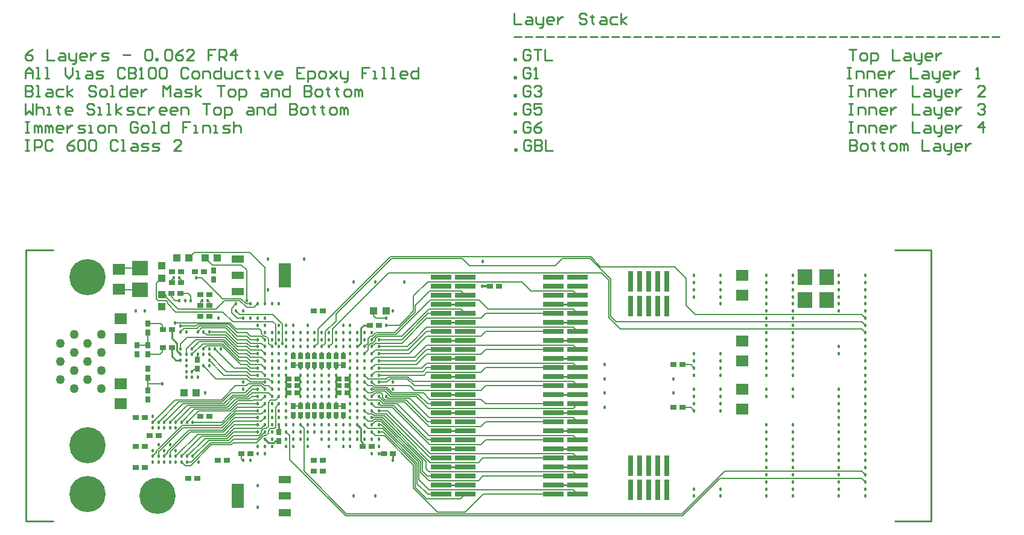
<source format=gtl>
%FSLAX23Y23*%
%MOIN*%
G70*
G01*
G75*
G04 Layer_Physical_Order=1*
G04 Layer_Color=255*
%ADD10R,0.035X0.026*%
%ADD11R,0.026X0.035*%
%ADD12R,0.070X0.062*%
%ADD13R,0.069X0.138*%
%ADD14R,0.069X0.043*%
%ADD15R,0.069X0.043*%
%ADD16R,0.085X0.080*%
%ADD17R,0.080X0.085*%
%ADD18R,0.028X0.035*%
%ADD19R,0.071X0.063*%
%ADD20R,0.043X0.039*%
%ADD21R,0.029X0.115*%
%ADD22R,0.039X0.043*%
%ADD23R,0.115X0.029*%
%ADD24C,0.005*%
%ADD25C,0.008*%
%ADD26C,0.010*%
%ADD27C,0.012*%
%ADD28C,0.010*%
%ADD29C,0.018*%
%ADD30C,0.200*%
%ADD31C,0.050*%
D10*
X-808Y630D02*
D03*
X-758D02*
D03*
X-682D02*
D03*
X-632D02*
D03*
X-651Y445D02*
D03*
X-601D02*
D03*
X163Y0D02*
D03*
X113D02*
D03*
X25Y-413D02*
D03*
X-25D02*
D03*
X-424Y-374D02*
D03*
X-374D02*
D03*
X-163Y39D02*
D03*
X-113D02*
D03*
X163D02*
D03*
X113D02*
D03*
X25Y413D02*
D03*
X-25D02*
D03*
X-163Y0D02*
D03*
X-113D02*
D03*
X-163Y-39D02*
D03*
X-113D02*
D03*
X113D02*
D03*
X163D02*
D03*
X363Y-374D02*
D03*
X413D02*
D03*
X1963Y118D02*
D03*
X2013D02*
D03*
Y-118D02*
D03*
X1963D02*
D03*
X950Y550D02*
D03*
X1000D02*
D03*
X-25Y-472D02*
D03*
X25D02*
D03*
X245Y-335D02*
D03*
X295D02*
D03*
X-809Y210D02*
D03*
X-859D02*
D03*
Y310D02*
D03*
X-809D02*
D03*
X-758Y571D02*
D03*
X-808D02*
D03*
X-651Y504D02*
D03*
X-601D02*
D03*
X-762Y512D02*
D03*
X-812D02*
D03*
X-668Y-512D02*
D03*
X-718D02*
D03*
X-651Y-169D02*
D03*
X-601D02*
D03*
X-959Y-177D02*
D03*
X-1009D02*
D03*
Y-453D02*
D03*
X-959D02*
D03*
X-881Y-276D02*
D03*
X-931D02*
D03*
X-601Y386D02*
D03*
X-651D02*
D03*
X-1009Y-335D02*
D03*
X-959D02*
D03*
X-556Y-413D02*
D03*
X-506D02*
D03*
X335Y335D02*
D03*
X285D02*
D03*
D11*
X-1000Y225D02*
D03*
Y175D02*
D03*
X-940Y-75D02*
D03*
Y-25D02*
D03*
X59Y113D02*
D03*
Y163D02*
D03*
X-20Y-163D02*
D03*
Y-113D02*
D03*
X-98Y113D02*
D03*
Y163D02*
D03*
X20Y-113D02*
D03*
Y-163D02*
D03*
Y113D02*
D03*
Y163D02*
D03*
X-20D02*
D03*
Y113D02*
D03*
X98Y-113D02*
D03*
Y-163D02*
D03*
X59Y-113D02*
D03*
Y-163D02*
D03*
X98Y163D02*
D03*
Y113D02*
D03*
X-59Y-113D02*
D03*
Y-163D02*
D03*
Y163D02*
D03*
Y113D02*
D03*
X-98Y-113D02*
D03*
Y-163D02*
D03*
X-217Y-306D02*
D03*
Y-256D02*
D03*
X138Y-163D02*
D03*
Y-113D02*
D03*
X-138D02*
D03*
Y-163D02*
D03*
X138Y163D02*
D03*
Y113D02*
D03*
X-138D02*
D03*
Y163D02*
D03*
X-579Y639D02*
D03*
Y589D02*
D03*
X-669Y93D02*
D03*
Y143D02*
D03*
D12*
X2343Y248D02*
D03*
Y138D02*
D03*
Y-130D02*
D03*
X-1102Y536D02*
D03*
X2343Y610D02*
D03*
Y500D02*
D03*
Y-20D02*
D03*
X-1102Y646D02*
D03*
D13*
X-445Y-610D02*
D03*
X-185Y610D02*
D03*
D14*
X-185Y-520D02*
D03*
Y-610D02*
D03*
X-445Y610D02*
D03*
Y520D02*
D03*
D15*
X-185Y-701D02*
D03*
X-445Y701D02*
D03*
D16*
X-984Y531D02*
D03*
Y651D02*
D03*
D17*
X2810Y475D02*
D03*
X2690D02*
D03*
X2810Y600D02*
D03*
X2690D02*
D03*
D18*
X-940Y44D02*
D03*
Y96D02*
D03*
Y174D02*
D03*
Y226D02*
D03*
Y294D02*
D03*
Y346D02*
D03*
D19*
X-1090Y260D02*
D03*
Y370D02*
D03*
Y10D02*
D03*
Y-100D02*
D03*
D20*
X-742Y-39D02*
D03*
X-675D02*
D03*
X-715Y709D02*
D03*
X-781D02*
D03*
X-557Y709D02*
D03*
X-624D02*
D03*
X307Y413D02*
D03*
X374D02*
D03*
D21*
X1725Y-577D02*
D03*
X1775D02*
D03*
X1825D02*
D03*
X1875D02*
D03*
X1925D02*
D03*
X1725Y-442D02*
D03*
X1775D02*
D03*
X1825D02*
D03*
X1875D02*
D03*
X1925D02*
D03*
Y577D02*
D03*
X1875D02*
D03*
X1825D02*
D03*
X1775D02*
D03*
X1725D02*
D03*
X1925Y442D02*
D03*
X1875D02*
D03*
X1825D02*
D03*
X1775D02*
D03*
X1725D02*
D03*
D22*
X-866Y439D02*
D03*
Y506D02*
D03*
X-866Y663D02*
D03*
Y596D02*
D03*
D23*
X678Y600D02*
D03*
Y550D02*
D03*
Y500D02*
D03*
Y450D02*
D03*
Y400D02*
D03*
Y350D02*
D03*
Y300D02*
D03*
Y250D02*
D03*
Y200D02*
D03*
Y150D02*
D03*
Y100D02*
D03*
Y50D02*
D03*
Y0D02*
D03*
Y-50D02*
D03*
Y-100D02*
D03*
Y-150D02*
D03*
Y-200D02*
D03*
Y-250D02*
D03*
Y-300D02*
D03*
Y-350D02*
D03*
Y-400D02*
D03*
Y-450D02*
D03*
Y-500D02*
D03*
Y-550D02*
D03*
Y-600D02*
D03*
X813Y600D02*
D03*
Y550D02*
D03*
Y500D02*
D03*
Y450D02*
D03*
Y400D02*
D03*
Y350D02*
D03*
Y300D02*
D03*
Y250D02*
D03*
Y200D02*
D03*
Y150D02*
D03*
Y100D02*
D03*
Y50D02*
D03*
Y0D02*
D03*
Y-50D02*
D03*
Y-100D02*
D03*
Y-150D02*
D03*
Y-200D02*
D03*
Y-250D02*
D03*
Y-300D02*
D03*
Y-350D02*
D03*
Y-400D02*
D03*
Y-450D02*
D03*
Y-500D02*
D03*
Y-550D02*
D03*
Y-600D02*
D03*
X1433Y-550D02*
D03*
Y-500D02*
D03*
Y-450D02*
D03*
Y-400D02*
D03*
Y-350D02*
D03*
Y-300D02*
D03*
Y-250D02*
D03*
Y-200D02*
D03*
Y-150D02*
D03*
Y-100D02*
D03*
Y-50D02*
D03*
Y0D02*
D03*
Y50D02*
D03*
Y100D02*
D03*
Y150D02*
D03*
Y200D02*
D03*
Y250D02*
D03*
Y300D02*
D03*
Y350D02*
D03*
Y400D02*
D03*
Y450D02*
D03*
Y500D02*
D03*
Y550D02*
D03*
Y600D02*
D03*
X1298Y-550D02*
D03*
Y-500D02*
D03*
Y-450D02*
D03*
Y-400D02*
D03*
Y-350D02*
D03*
Y-300D02*
D03*
Y-250D02*
D03*
Y-200D02*
D03*
Y-150D02*
D03*
Y-100D02*
D03*
Y-50D02*
D03*
Y0D02*
D03*
Y50D02*
D03*
Y100D02*
D03*
Y150D02*
D03*
Y200D02*
D03*
Y250D02*
D03*
Y300D02*
D03*
Y350D02*
D03*
Y400D02*
D03*
Y450D02*
D03*
Y500D02*
D03*
Y550D02*
D03*
Y600D02*
D03*
X1433Y-600D02*
D03*
X1298D02*
D03*
D24*
X3003Y-512D02*
X3023Y-531D01*
X2219Y-512D02*
X3003D01*
X2013Y-719D02*
X2219Y-512D01*
X153Y-719D02*
X2013D01*
X-157Y-408D02*
X153Y-719D01*
X-157Y-408D02*
Y-276D01*
X-177Y-256D02*
X-157Y-276D01*
X3003Y-472D02*
X3023Y-492D01*
X2244Y-472D02*
X3003D01*
X2008Y-709D02*
X2244Y-472D01*
X157Y-709D02*
X2008D01*
X-79Y-472D02*
X157Y-709D01*
X-79Y-472D02*
Y-236D01*
X-98Y-217D02*
X-79Y-236D01*
X320Y374D02*
X374D01*
X307Y387D02*
X320Y374D01*
X307Y387D02*
Y413D01*
X-477Y404D02*
Y428D01*
X-453Y453D01*
X-773Y423D02*
X-566D01*
X-517Y472D01*
X-433D01*
X-394Y433D01*
X-354D01*
X-643Y598D02*
X-527Y482D01*
X-428D01*
X-399Y453D01*
X-374D01*
X-477Y404D02*
X-448Y374D01*
X-413D01*
X256Y177D02*
X276Y197D01*
X295Y256D02*
X325Y285D01*
X276Y236D02*
Y251D01*
X256Y217D02*
X276Y236D01*
Y261D01*
X290Y276D01*
X300D01*
X320Y295D01*
X423D01*
X536Y408D01*
Y446D01*
X615Y525D01*
X788D01*
X813Y500D01*
X527Y497D02*
X605Y575D01*
X1125D01*
X1175Y525D01*
X1408D01*
X1433Y500D01*
X938Y425D02*
X1408D01*
X1433Y400D01*
X618Y475D02*
X888D01*
X325Y285D02*
X428D01*
X888Y475D02*
X938Y425D01*
X612D02*
X788D01*
X813Y400D01*
X659Y-699D02*
X812D01*
X911Y-600D02*
X1298D01*
X812Y-699D02*
X911Y-600D01*
X-752Y-220D02*
X-535D01*
X-894Y-362D02*
X-752Y-220D01*
X-748Y-232D02*
X-531D01*
X-882Y-366D02*
X-748Y-232D01*
X-709Y-256D02*
X-524D01*
X-819Y-366D02*
X-709Y-256D01*
X-713Y-244D02*
X-528D01*
X-831Y-362D02*
X-713Y-244D01*
X-295Y453D02*
Y655D01*
X-379Y738D02*
X-295Y655D01*
X-842Y492D02*
X-773Y423D01*
X-832Y453D02*
Y463D01*
X-842Y472D02*
X-832Y463D01*
X-842Y492D02*
Y502D01*
X-845Y506D02*
X-842Y502D01*
X-866Y506D02*
X-845D01*
X-886Y472D02*
X-842D01*
X-896Y482D02*
Y567D01*
Y482D02*
X-886Y472D01*
X-832Y453D02*
X-787Y408D01*
X-527D01*
X-472Y354D01*
X-792Y349D02*
X-487D01*
X-896Y567D02*
X-866Y596D01*
X-673Y598D02*
X-643D01*
X-354Y433D02*
X-335Y453D01*
X-624Y709D02*
X-585Y669D01*
X-423D01*
X-394Y640D01*
Y472D02*
Y640D01*
X-685Y738D02*
X-379D01*
X-453Y413D02*
X-453D01*
X-433Y394D01*
X-512Y299D02*
X-449Y236D01*
X-602Y299D02*
X-512D01*
X-512Y320D02*
X-448Y256D01*
X-645Y320D02*
X-512D01*
X-658Y330D02*
X-503D01*
X-449Y276D01*
X-664Y340D02*
X-493D01*
X-449Y295D01*
X-487Y349D02*
X-453Y315D01*
X-724Y268D02*
X-516D01*
X-445Y197D01*
X-614Y280D02*
X-512D01*
X-449Y217D01*
X-715Y709D02*
X-685Y738D01*
X-433Y394D02*
X-251D01*
X527Y413D02*
Y497D01*
X492Y379D02*
X527Y413D01*
X330Y276D02*
X463D01*
X461Y236D02*
X600Y375D01*
X428Y236D02*
X461D01*
X492Y217D02*
X517Y242D01*
X428Y217D02*
X492D01*
X497Y197D02*
X523Y223D01*
X423Y197D02*
X497D01*
X502Y177D02*
X528Y203D01*
X428Y177D02*
X502D01*
X532Y157D02*
X558Y183D01*
X428Y157D02*
X532D01*
X538Y138D02*
X557Y157D01*
X428Y138D02*
X538D01*
X543Y118D02*
X563Y138D01*
X423Y118D02*
X543D01*
X566Y-479D02*
X612Y-525D01*
X576Y-473D02*
X602Y-500D01*
X595Y-458D02*
X613Y-475D01*
X595Y-458D02*
Y-418D01*
X315Y-157D02*
X376D01*
X335Y-138D02*
X382D01*
X408Y-118D02*
X615Y-325D01*
X414Y-108D02*
X606Y-300D01*
X344Y-108D02*
X414D01*
X434Y-98D02*
X611Y-275D01*
X423Y-98D02*
X434D01*
X475Y-89D02*
X612Y-225D01*
X423Y-89D02*
X475D01*
X486Y-79D02*
X607Y-200D01*
X423Y-79D02*
X486D01*
X506Y-69D02*
X612Y-175D01*
X423Y-69D02*
X506D01*
X542Y-59D02*
X608Y-125D01*
X463Y-59D02*
X542D01*
X553Y-49D02*
X604Y-100D01*
X468Y-49D02*
X553D01*
X616Y-75D02*
X645D01*
X581Y-39D02*
X616Y-75D01*
X472Y-39D02*
X581D01*
X423Y-59D02*
X463D01*
X423Y-49D02*
X468D01*
X276Y-157D02*
X300D01*
X256Y-138D02*
X276Y-157D01*
X295Y-138D02*
X315Y-157D01*
X428Y285D02*
X618Y475D01*
X463Y276D02*
X612Y425D01*
X463Y256D02*
X607Y400D01*
X511Y236D02*
X600Y325D01*
X517Y217D02*
X600Y300D01*
X522Y197D02*
X600Y275D01*
Y225D02*
X610D01*
X590Y215D02*
X600Y225D01*
X552Y177D02*
X590Y215D01*
X557Y157D02*
X600Y200D01*
X563Y138D02*
X600Y175D01*
X573Y98D02*
X600Y125D01*
X404Y98D02*
X573D01*
X579Y79D02*
X600Y100D01*
X433Y79D02*
X579D01*
X584Y59D02*
X600Y75D01*
X433Y59D02*
X584D01*
X521Y25D02*
X600D01*
X497Y49D02*
X521Y25D01*
X433Y49D02*
X497D01*
X531Y0D02*
X605D01*
X492Y39D02*
X531Y0D01*
X433Y39D02*
X492D01*
X532Y-25D02*
X600D01*
X507Y0D02*
X532Y-25D01*
X428Y0D02*
X507D01*
X423Y-39D02*
X472D01*
X374Y0D02*
X428D01*
X408Y-39D02*
X423D01*
X379Y-10D02*
X408Y-39D01*
X374Y-10D02*
X379D01*
X404Y-49D02*
X423D01*
X394Y-39D02*
X404Y-49D01*
X399Y-59D02*
X423D01*
X389Y-49D02*
X399Y-59D01*
X384Y-69D02*
X423D01*
X374Y-59D02*
X384Y-69D01*
X374Y-20D02*
X394Y-39D01*
X295Y-20D02*
X374D01*
X369Y-30D02*
X389Y-49D01*
X310Y-30D02*
X369D01*
X364Y-89D02*
X423D01*
X354Y-79D02*
X364Y-89D01*
X359Y-98D02*
X423D01*
X349Y-89D02*
X359Y-98D01*
X369Y-79D02*
X423D01*
X354Y-64D02*
X369Y-79D01*
X354Y-64D02*
Y-49D01*
X344Y-39D02*
X354Y-49D01*
X315Y-39D02*
X344D01*
X384Y49D02*
X433D01*
X374Y39D02*
X384Y49D01*
X310Y39D02*
X374D01*
X276D02*
X310D01*
X256Y59D02*
X276Y39D01*
X315Y0D02*
X374D01*
X295Y20D02*
X315Y0D01*
X310Y-10D02*
X374D01*
X300Y0D02*
X310Y-10D01*
X276Y0D02*
X300D01*
X335Y-59D02*
X354Y-79D01*
X340D02*
X349Y-89D01*
X276Y-79D02*
X340D01*
X256Y-59D02*
X276Y-79D01*
X340Y118D02*
X423D01*
X335Y98D02*
X413D01*
X335Y59D02*
X433D01*
X340Y79D02*
X433D01*
X399Y39D02*
X433D01*
X379Y20D02*
X399Y39D01*
X335Y20D02*
X379D01*
X300Y236D02*
X315Y251D01*
X290Y236D02*
X300D01*
X276Y221D02*
X290Y236D01*
X276Y197D02*
Y221D01*
X315Y261D02*
X330Y276D01*
X315Y251D02*
Y261D01*
X604Y-100D02*
X678D01*
X925Y0D02*
X1298D01*
X1408Y-475D02*
X1433Y-500D01*
X607Y-200D02*
X678D01*
X1298Y-100D02*
X1300D01*
X925D02*
X1298D01*
X607Y400D02*
X678D01*
X1408Y25D02*
X1433Y0D01*
X1408Y-575D02*
X1433Y-600D01*
X600Y0D02*
X678D01*
X600Y100D02*
X678D01*
X600Y200D02*
X678D01*
X600Y300D02*
X678D01*
X602Y-500D02*
X678D01*
X619Y-400D02*
X678D01*
X606Y-300D02*
X678D01*
X925Y400D02*
X1298D01*
X925Y300D02*
X1298D01*
X1408Y325D02*
X1433Y300D01*
X925Y200D02*
X1298D01*
X1408Y225D02*
X1433Y200D01*
X925Y100D02*
X1298D01*
X1408Y125D02*
X1433Y100D01*
X1408Y-125D02*
X1433Y-100D01*
X925Y-200D02*
X1298D01*
X1408Y-175D02*
X1433Y-200D01*
X925Y-300D02*
X1298D01*
X1408Y-275D02*
X1433Y-300D01*
X910Y-400D02*
X1298D01*
X1408Y-375D02*
X1433Y-400D01*
X910Y-500D02*
X1298D01*
X-315Y197D02*
X-295Y177D01*
X-634Y299D02*
X-614Y280D01*
X-374Y217D02*
X-335D01*
X-374Y20D02*
X-295D01*
X-634Y110D02*
X-563Y39D01*
X-374Y256D02*
X-335D01*
X-760Y299D02*
X-740Y319D01*
X-315Y79D02*
X-295Y59D01*
X-571Y205D02*
X-465Y98D01*
X-374D02*
X-335D01*
X-634Y205D02*
X-618Y221D01*
X-315Y276D02*
X-295Y256D01*
X-315Y118D02*
X-295Y98D01*
X-697Y173D02*
X-638Y232D01*
X-315Y157D02*
X-295Y138D01*
X-728Y173D02*
Y205D01*
X-374Y138D02*
X-335D01*
X-697Y205D02*
X-657Y244D01*
X-374Y59D02*
X-335D01*
X-602Y173D02*
X-508Y79D01*
X-276Y39D02*
X-256Y20D01*
X-602Y142D02*
X-520Y59D01*
X-236Y-79D02*
X-217Y-59D01*
X-693Y-390D02*
X-606Y-303D01*
X-315Y-118D02*
X-295Y-98D01*
X-693Y-201D02*
X-531D01*
X-724Y-390D02*
X-626Y-291D01*
X-335Y-295D02*
X-295Y-256D01*
X-724Y-421D02*
X-701D01*
X-315Y-79D02*
X-295Y-59D01*
X-913Y-390D02*
X-894Y-370D01*
X-315Y-157D02*
X-295Y-138D01*
X-882Y-390D02*
Y-366D01*
X-850Y-390D02*
X-831Y-370D01*
X-315Y-197D02*
X-295Y-177D01*
X-819Y-390D02*
Y-366D01*
X-276Y-39D02*
X-256Y-59D01*
X-315Y0D02*
X-295Y-20D01*
X-276Y0D02*
X-256Y-20D01*
X-787Y-390D02*
X-665Y-268D01*
X-315Y-236D02*
X-295Y-217D01*
X-756Y-390D02*
X-646Y-280D01*
X-236Y-118D02*
X-217Y-98D01*
X-756Y-421D02*
X-736Y-441D01*
X-366Y-59D02*
X-335D01*
X-315Y236D02*
X-295Y217D01*
X611Y-575D02*
X1408D01*
X616Y-75D02*
X900D01*
X925Y-100D01*
X612Y-525D02*
X885D01*
X613Y-475D02*
X1408D01*
X-315Y-262D02*
Y-250D01*
X-301Y-236D01*
X-287D01*
X-340Y-315D02*
X-300Y-276D01*
X-665Y-268D02*
X-516D01*
X-646Y-280D02*
X-508D01*
X-626Y-291D02*
X-504D01*
X-606Y-303D02*
X-496D01*
X-594Y-315D02*
X-488D01*
X-300Y-276D02*
X-290D01*
X-276Y-261D01*
Y-248D01*
X-329Y-276D02*
X-315Y-262D01*
X608Y-125D02*
X1408D01*
X600Y225D02*
X1408D01*
X600Y375D02*
X900D01*
X925Y400D01*
X600Y325D02*
X1408D01*
X600Y275D02*
X900D01*
X925Y300D01*
X600Y175D02*
X900D01*
X925Y200D01*
X600Y75D02*
X900D01*
X925Y100D01*
X600Y25D02*
X1408D01*
X600Y-25D02*
X900D01*
X925Y0D01*
X615Y-325D02*
X900D01*
X612Y-225D02*
X900D01*
X618Y-425D02*
X885D01*
X612Y-175D02*
X1408D01*
X900Y-225D02*
X925Y-200D01*
X611Y-275D02*
X1408D01*
X900Y-325D02*
X925Y-300D01*
X619Y-375D02*
X1408D01*
X885Y-525D02*
X910Y-500D01*
X-728Y205D02*
X-677Y256D01*
X-563Y39D02*
X-394D01*
X-520Y59D02*
X-394D01*
X-394Y79D02*
X-374Y59D01*
X-508Y79D02*
X-394D01*
X-465Y98D02*
X-394D01*
X-374Y79D01*
X-315D01*
X-429Y118D02*
X-394D01*
X-374Y98D01*
X-433Y138D02*
X-394D01*
X-374Y118D01*
X-315D01*
X-394Y157D02*
X-374Y138D01*
X-437Y157D02*
X-394D01*
X-374D02*
X-315D01*
X-394Y177D02*
X-374Y157D01*
X-441Y177D02*
X-394D01*
X-445Y197D02*
X-394D01*
X-374Y177D01*
X-449Y217D02*
X-394D01*
X-374Y197D01*
X-315D01*
X-394Y236D02*
X-374Y217D01*
X-394Y256D02*
X-374Y236D01*
X-315D01*
X-394Y276D02*
X-374Y256D01*
Y276D02*
X-315D01*
X-394Y295D02*
X-374Y276D01*
X-394Y59D02*
X-374Y39D01*
X-394D02*
X-374Y20D01*
X-299Y0D02*
X-276D01*
X-374Y39D02*
X-276D01*
X-309Y10D02*
X-299Y0D01*
X-388Y10D02*
X-309D01*
X-457Y0D02*
X-398D01*
X-388Y10D01*
X-366Y0D02*
X-315D01*
X-366Y-83D02*
X-362Y-79D01*
X-315D01*
X-380Y-73D02*
X-366Y-59D01*
X-390Y-63D02*
X-366Y-39D01*
X-406D02*
X-366Y0D01*
X-831Y-370D02*
Y-362D01*
X-894Y-370D02*
Y-362D01*
X-591Y-327D02*
X-480D01*
X-701Y-421D02*
X-594Y-315D01*
X-736Y-441D02*
X-705D01*
X-591Y-327D01*
X-366Y-39D02*
X-276D01*
X-287Y-236D02*
X-276Y-224D01*
Y-248D02*
X-264Y-236D01*
X-244D01*
X-236Y-228D01*
Y-118D01*
X-264Y-79D02*
X-236D01*
X-276Y-224D02*
Y-91D01*
X-264Y-79D01*
X885Y-425D02*
X910Y-400D01*
X335Y217D02*
X428D01*
X295D02*
X315Y236D01*
X428D01*
X335Y256D02*
X379Y256D01*
X463D01*
X295Y177D02*
X315Y197D01*
X428D01*
X335Y177D02*
X428D01*
X295Y138D02*
X315Y157D01*
X428D01*
X295Y98D02*
X315Y118D01*
X335Y138D02*
X428D01*
X295Y59D02*
X315Y79D01*
X256Y20D02*
X276Y0D01*
X256Y-20D02*
X276Y-39D01*
X315Y118D02*
X340D01*
X315Y79D02*
X340D01*
X276Y-39D02*
X300D01*
X310Y-30D01*
X295Y-59D02*
X315Y-39D01*
X374Y335D02*
X448D01*
X492Y379D01*
X787Y-625D02*
X812Y-600D01*
X-449Y236D02*
X-394D01*
X-374Y177D02*
X-335D01*
X-760Y232D02*
X-724Y268D01*
X-760Y205D02*
Y232D01*
X-276Y236D02*
X-256Y217D01*
X-276Y236D02*
Y261D01*
X-290Y276D02*
X-276Y261D01*
X-300Y276D02*
X-290D01*
X-315Y290D02*
X-300Y276D01*
X-315Y290D02*
Y305D01*
X-325Y315D02*
X-315Y305D01*
X-524Y244D02*
X-437Y157D01*
X-657Y244D02*
X-524D01*
X-528Y232D02*
X-433Y138D01*
X-638Y232D02*
X-528D01*
X-532Y221D02*
X-429Y118D01*
X-618Y221D02*
X-532D01*
X-740Y319D02*
X-669D01*
X-760Y331D02*
X-673D01*
X-664Y340D01*
X-669Y319D02*
X-658Y330D01*
X-665Y299D02*
X-645Y320D01*
X-449Y276D02*
X-394D01*
X-448Y256D02*
X-394D01*
X-197Y236D02*
Y340D01*
X-449Y295D02*
X-394D01*
X-677Y256D02*
X-520D01*
X-441Y177D01*
X-453Y315D02*
X-325D01*
X-236Y236D02*
Y340D01*
X-251Y354D02*
X-236Y340D01*
X-472Y354D02*
X-251D01*
Y394D02*
X-197Y340D01*
X20Y217D02*
X39Y236D01*
X59Y217D02*
X79Y236D01*
X-20Y217D02*
X0Y236D01*
X310Y-167D02*
X364D01*
X300Y-157D02*
X310Y-167D01*
X295Y-177D02*
X354D01*
X256D02*
X276Y-197D01*
X295Y-217D02*
X315Y-197D01*
X276D02*
X300D01*
X310Y-187D01*
X349D01*
X576Y-473D02*
Y-413D01*
X556Y-520D02*
Y-433D01*
X315Y-197D02*
X344D01*
X566Y-479D02*
Y-418D01*
X335Y-217D02*
X349D01*
X344Y-197D02*
X566Y-418D01*
X349Y-187D02*
X576Y-413D01*
X354Y-177D02*
X595Y-418D01*
X364Y-167D02*
X618Y-425D01*
X376Y-157D02*
X619Y-400D01*
X382Y-138D02*
X619Y-375D01*
X349Y-217D02*
X556Y-423D01*
Y-443D02*
Y-423D01*
X256Y-217D02*
X276Y-236D01*
X354D01*
X546Y-492D02*
Y-428D01*
X335Y-256D02*
X359D01*
X354Y-236D02*
X546Y-428D01*
X359Y-256D02*
X536Y-433D01*
Y-527D02*
Y-433D01*
X295Y-256D02*
X315Y-276D01*
X364D01*
X527Y-438D01*
X606Y-600D02*
X678D01*
X546Y-541D02*
X606Y-600D01*
X546Y-541D02*
Y-438D01*
X536Y-561D02*
Y-512D01*
Y-561D02*
X600Y-625D01*
X787D01*
X527Y-566D02*
Y-438D01*
Y-566D02*
X659Y-699D01*
X335Y-98D02*
X344Y-108D01*
X295Y-98D02*
X315Y-118D01*
X408D01*
X79Y236D02*
Y315D01*
X39Y236D02*
Y300D01*
X98Y359D01*
X-177Y-25D02*
Y-20D01*
Y-25D02*
X-163Y-39D01*
X-113D02*
X-98Y-54D01*
Y-59D02*
Y-54D01*
X-113Y0D02*
X-98Y14D01*
Y20D01*
X-177Y14D02*
Y20D01*
Y14D02*
X-163Y0D01*
X-177Y54D02*
X-163Y39D01*
X-177Y54D02*
Y59D01*
X-98Y54D02*
Y59D01*
X-113Y39D02*
X-98Y54D01*
X-138Y-177D02*
Y-163D01*
X-59Y-177D02*
X-59Y-177D01*
X600Y125D02*
X1408D01*
X556Y-520D02*
X611Y-575D01*
X-531Y-201D02*
X-504Y-173D01*
X-504D02*
X-504D01*
X-480Y-39D02*
X-406D01*
X-913Y-201D02*
X-791Y-79D01*
X-469Y-315D02*
X-340D01*
X-480Y-327D02*
X-469Y-315D01*
X-465Y-217D02*
X-335D01*
X-516Y-268D02*
X-465Y-217D01*
X-465Y-236D02*
X-315D01*
X-508Y-280D02*
X-465Y-236D01*
X-469Y-256D02*
X-335D01*
X-504Y-291D02*
X-469Y-256D01*
X-496Y-303D02*
X-469Y-276D01*
X-329D01*
X-488Y-315D02*
X-469Y-295D01*
X-335D01*
X-398Y-51D02*
X-366Y-20D01*
X-335D01*
X-472Y-51D02*
X-398D01*
X-882Y-201D02*
X-770Y-89D01*
X-850Y-201D02*
X-748Y-98D01*
X-819Y-201D02*
X-726Y-108D01*
X-461Y-177D02*
X-335D01*
X-528Y-244D02*
X-461Y-177D01*
X-524Y-256D02*
X-465Y-197D01*
X-315D01*
X-531Y-232D02*
X-457Y-157D01*
X-315D01*
X-455Y-73D02*
X-380D01*
X-467Y-63D02*
X-390D01*
X-449Y-118D02*
X-315D01*
X-504Y-173D02*
X-449Y-118D01*
X-453Y-138D02*
X-335D01*
X-535Y-220D02*
X-453Y-138D01*
X-445Y-83D02*
X-366D01*
X-445Y-98D02*
X-335D01*
X-787Y-201D02*
X-705Y-118D01*
X-756Y-201D02*
X-683Y-128D01*
X-748Y-98D02*
X-520D01*
X-472Y-51D01*
X-770Y-89D02*
X-530D01*
X-480Y-39D01*
X-535Y-79D02*
X-457Y0D01*
X-791Y-79D02*
X-535D01*
X-724Y-201D02*
X-661Y-138D01*
X-726Y-108D02*
X-512D01*
X-467Y-63D01*
X-705Y-118D02*
X-500D01*
X-455Y-73D01*
X-683Y-128D02*
X-490D01*
X-445Y-83D01*
X-661Y-138D02*
X-484D01*
X-445Y-98D01*
X-651Y504D02*
X-642D01*
X389Y625D02*
X1565D01*
X1604Y586D01*
Y379D02*
Y586D01*
Y379D02*
X1668Y315D01*
X3003D01*
X79D02*
X389Y625D01*
X3003Y315D02*
X3023Y295D01*
X98Y359D02*
Y399D01*
X404Y704D01*
X797D01*
X837Y664D01*
X1614Y384D02*
Y591D01*
Y384D02*
X1644Y354D01*
X3002D01*
X3012Y344D01*
X3012Y345D02*
X3023Y335D01*
X0Y315D02*
X399Y714D01*
X1506D01*
X1560Y659D01*
X1969D01*
X2032Y595D01*
Y443D02*
Y595D01*
Y443D02*
X2082Y394D01*
X3003D01*
X0Y236D02*
Y315D01*
X3003Y394D02*
X3023Y374D01*
X1309Y664D02*
X1348Y704D01*
X1501D01*
X1614Y591D01*
X837Y664D02*
X1309D01*
D25*
X-138Y113D02*
X-98D01*
X98D02*
X138D01*
X98Y-113D02*
X138D01*
X-423Y-404D02*
Y-374D01*
Y-404D02*
X-413Y-413D01*
X2013Y-118D02*
X2058D01*
X2077Y-138D01*
X-601Y445D02*
Y463D01*
X-610Y472D02*
X-601Y463D01*
X-651Y463D02*
X-642Y472D01*
X-651Y445D02*
Y463D01*
X-808Y571D02*
Y589D01*
X-799Y598D01*
X-768D02*
X-758Y589D01*
Y571D02*
Y589D01*
X-705Y472D02*
Y498D01*
X-719Y512D02*
X-705Y498D01*
X-762Y512D02*
X-719D01*
X-792Y472D02*
X-768D01*
X-812Y493D02*
X-792Y472D01*
X-812Y493D02*
Y512D01*
X-940Y226D02*
Y294D01*
X-1000Y226D02*
X-940D01*
X-940Y10D02*
X-860D01*
X-940Y-25D02*
Y44D01*
X-860Y188D02*
Y210D01*
X-940Y174D02*
X-874D01*
X-860Y310D02*
Y333D01*
X-940Y346D02*
X-872D01*
X-874Y174D02*
X-860Y188D01*
X-872Y346D02*
X-860Y333D01*
X-138Y-113D02*
X-98D01*
X-98Y-113D02*
Y-98D01*
Y-177D02*
Y-163D01*
X-59Y-177D02*
Y-163D01*
X-59Y-113D02*
Y-98D01*
X-1102Y646D02*
X-1097Y651D01*
X-984D01*
X-1102Y536D02*
X-1097Y531D01*
X-984D01*
X2013Y118D02*
X2058D01*
X2077Y98D01*
X-682Y93D02*
X-669D01*
X-697Y79D02*
X-682Y93D01*
X-669Y143D02*
Y169D01*
X-665Y173D01*
D26*
X335Y-374D02*
X363D01*
X363Y-374D02*
X374D01*
X413Y-413D02*
Y-374D01*
X217Y217D02*
X236Y236D01*
Y320D01*
X251Y335D01*
X285D01*
X-295Y-295D02*
X-276Y-315D01*
X-246D01*
X-237Y-306D01*
X-217D01*
Y-256D02*
Y-217D01*
X245Y-335D02*
Y-314D01*
X236Y-305D02*
X245Y-314D01*
X236Y-305D02*
Y-236D01*
X217Y-217D02*
X236Y-236D01*
X-787Y142D02*
X-760D01*
X-809Y163D02*
Y210D01*
X-780Y193D02*
X-760Y173D01*
X-809Y263D02*
X-780Y234D01*
Y193D02*
Y234D01*
X-809Y163D02*
X-787Y142D01*
X-809Y263D02*
Y310D01*
X1298Y450D02*
X1433D01*
X1298Y350D02*
X1433D01*
X1298Y250D02*
X1433D01*
X1298Y150D02*
X1433D01*
X1298Y50D02*
X1433D01*
X1298Y-50D02*
X1433D01*
X1298Y-150D02*
X1433D01*
X1298Y-250D02*
X1433D01*
X1298Y-350D02*
X1433D01*
X1298Y-450D02*
X1433D01*
X1298Y-550D02*
X1433D01*
X678D02*
X813D01*
X678Y-450D02*
X813D01*
X678Y-350D02*
X813D01*
X678Y-250D02*
X813D01*
X678Y-150D02*
X813D01*
X678Y-50D02*
X813D01*
X678Y50D02*
X813D01*
X678Y150D02*
X813D01*
X678Y250D02*
X813D01*
X678Y350D02*
X813D01*
X678Y450D02*
X813D01*
D27*
X904Y550D02*
X950D01*
D28*
X3185Y750D02*
X3385D01*
X3185Y-750D02*
X3385D01*
X-1615D02*
X-1465D01*
X-1615Y750D02*
X-1466D01*
X-1615Y-750D02*
Y750D01*
X3385Y-750D02*
Y750D01*
X-1618Y1460D02*
X-1598D01*
X-1608D01*
Y1400D01*
X-1618D01*
X-1598D01*
X-1568D02*
Y1440D01*
X-1558D01*
X-1548Y1430D01*
Y1400D01*
Y1430D01*
X-1538Y1440D01*
X-1528Y1430D01*
Y1400D01*
X-1508D02*
Y1440D01*
X-1498D01*
X-1488Y1430D01*
Y1400D01*
Y1430D01*
X-1478Y1440D01*
X-1468Y1430D01*
Y1400D01*
X-1418D02*
X-1438D01*
X-1448Y1410D01*
Y1430D01*
X-1438Y1440D01*
X-1418D01*
X-1408Y1430D01*
Y1420D01*
X-1448D01*
X-1388Y1440D02*
Y1400D01*
Y1420D01*
X-1378Y1430D01*
X-1368Y1440D01*
X-1358D01*
X-1328Y1400D02*
X-1298D01*
X-1288Y1410D01*
X-1298Y1420D01*
X-1318D01*
X-1328Y1430D01*
X-1318Y1440D01*
X-1288D01*
X-1268Y1400D02*
X-1248D01*
X-1258D01*
Y1440D01*
X-1268D01*
X-1208Y1400D02*
X-1188D01*
X-1178Y1410D01*
Y1430D01*
X-1188Y1440D01*
X-1208D01*
X-1218Y1430D01*
Y1410D01*
X-1208Y1400D01*
X-1158D02*
Y1440D01*
X-1128D01*
X-1118Y1430D01*
Y1400D01*
X-998Y1450D02*
X-1008Y1460D01*
X-1028D01*
X-1038Y1450D01*
Y1410D01*
X-1028Y1400D01*
X-1008D01*
X-998Y1410D01*
Y1430D01*
X-1018D01*
X-968Y1400D02*
X-948D01*
X-938Y1410D01*
Y1430D01*
X-948Y1440D01*
X-968D01*
X-978Y1430D01*
Y1410D01*
X-968Y1400D01*
X-918D02*
X-898D01*
X-908D01*
Y1460D01*
X-918D01*
X-828D02*
Y1400D01*
X-858D01*
X-868Y1410D01*
Y1430D01*
X-858Y1440D01*
X-828D01*
X-708Y1460D02*
X-748D01*
Y1430D01*
X-728D01*
X-748D01*
Y1400D01*
X-688D02*
X-668D01*
X-678D01*
Y1440D01*
X-688D01*
X-638Y1400D02*
Y1440D01*
X-608D01*
X-598Y1430D01*
Y1400D01*
X-578D02*
X-558D01*
X-568D01*
Y1440D01*
X-578D01*
X-528Y1400D02*
X-498D01*
X-488Y1410D01*
X-498Y1420D01*
X-518D01*
X-528Y1430D01*
X-518Y1440D01*
X-488D01*
X-468Y1460D02*
Y1400D01*
Y1430D01*
X-458Y1440D01*
X-438D01*
X-428Y1430D01*
Y1400D01*
X-1618Y1560D02*
Y1500D01*
X-1598Y1520D01*
X-1578Y1500D01*
Y1560D01*
X-1558D02*
Y1500D01*
Y1530D01*
X-1548Y1540D01*
X-1528D01*
X-1518Y1530D01*
Y1500D01*
X-1498D02*
X-1478D01*
X-1488D01*
Y1540D01*
X-1498D01*
X-1438Y1550D02*
Y1540D01*
X-1448D01*
X-1428D01*
X-1438D01*
Y1510D01*
X-1428Y1500D01*
X-1368D02*
X-1388D01*
X-1398Y1510D01*
Y1530D01*
X-1388Y1540D01*
X-1368D01*
X-1358Y1530D01*
Y1520D01*
X-1398D01*
X-1238Y1550D02*
X-1248Y1560D01*
X-1268D01*
X-1278Y1550D01*
Y1540D01*
X-1268Y1530D01*
X-1248D01*
X-1238Y1520D01*
Y1510D01*
X-1248Y1500D01*
X-1268D01*
X-1278Y1510D01*
X-1218Y1500D02*
X-1198D01*
X-1208D01*
Y1540D01*
X-1218D01*
X-1168Y1500D02*
X-1148D01*
X-1158D01*
Y1560D01*
X-1168D01*
X-1118Y1500D02*
Y1560D01*
Y1520D02*
X-1088Y1540D01*
X-1118Y1520D02*
X-1088Y1500D01*
X-1058D02*
X-1028D01*
X-1018Y1510D01*
X-1028Y1520D01*
X-1048D01*
X-1058Y1530D01*
X-1048Y1540D01*
X-1018D01*
X-958D02*
X-988D01*
X-998Y1530D01*
Y1510D01*
X-988Y1500D01*
X-958D01*
X-938Y1540D02*
Y1500D01*
Y1520D01*
X-928Y1530D01*
X-918Y1540D01*
X-908D01*
X-848Y1500D02*
X-868D01*
X-878Y1510D01*
Y1530D01*
X-868Y1540D01*
X-848D01*
X-838Y1530D01*
Y1520D01*
X-878D01*
X-788Y1500D02*
X-808D01*
X-818Y1510D01*
Y1530D01*
X-808Y1540D01*
X-788D01*
X-778Y1530D01*
Y1520D01*
X-818D01*
X-758Y1500D02*
Y1540D01*
X-728D01*
X-718Y1530D01*
Y1500D01*
X-638Y1560D02*
X-598D01*
X-618D01*
Y1500D01*
X-568D02*
X-548D01*
X-538Y1510D01*
Y1530D01*
X-548Y1540D01*
X-568D01*
X-578Y1530D01*
Y1510D01*
X-568Y1500D01*
X-518Y1480D02*
Y1540D01*
X-488D01*
X-478Y1530D01*
Y1510D01*
X-488Y1500D01*
X-518D01*
X-389Y1540D02*
X-369D01*
X-359Y1530D01*
Y1500D01*
X-389D01*
X-399Y1510D01*
X-389Y1520D01*
X-359D01*
X-339Y1500D02*
Y1540D01*
X-309D01*
X-299Y1530D01*
Y1500D01*
X-239Y1560D02*
Y1500D01*
X-269D01*
X-279Y1510D01*
Y1530D01*
X-269Y1540D01*
X-239D01*
X-159Y1560D02*
Y1500D01*
X-129D01*
X-119Y1510D01*
Y1520D01*
X-129Y1530D01*
X-159D01*
X-129D01*
X-119Y1540D01*
Y1550D01*
X-129Y1560D01*
X-159D01*
X-89Y1500D02*
X-69D01*
X-59Y1510D01*
Y1530D01*
X-69Y1540D01*
X-89D01*
X-99Y1530D01*
Y1510D01*
X-89Y1500D01*
X-29Y1550D02*
Y1540D01*
X-39D01*
X-19D01*
X-29D01*
Y1510D01*
X-19Y1500D01*
X21Y1550D02*
Y1540D01*
X11D01*
X31D01*
X21D01*
Y1510D01*
X31Y1500D01*
X71D02*
X91D01*
X101Y1510D01*
Y1530D01*
X91Y1540D01*
X71D01*
X61Y1530D01*
Y1510D01*
X71Y1500D01*
X121D02*
Y1540D01*
X131D01*
X141Y1530D01*
Y1500D01*
Y1530D01*
X151Y1540D01*
X161Y1530D01*
Y1500D01*
X-1618Y1660D02*
Y1600D01*
X-1588D01*
X-1578Y1610D01*
Y1620D01*
X-1588Y1630D01*
X-1618D01*
X-1588D01*
X-1578Y1640D01*
Y1650D01*
X-1588Y1660D01*
X-1618D01*
X-1558Y1600D02*
X-1538D01*
X-1548D01*
Y1660D01*
X-1558D01*
X-1498Y1640D02*
X-1478D01*
X-1468Y1630D01*
Y1600D01*
X-1498D01*
X-1508Y1610D01*
X-1498Y1620D01*
X-1468D01*
X-1408Y1640D02*
X-1438D01*
X-1448Y1630D01*
Y1610D01*
X-1438Y1600D01*
X-1408D01*
X-1388D02*
Y1660D01*
Y1620D02*
X-1358Y1640D01*
X-1388Y1620D02*
X-1358Y1600D01*
X-1228Y1650D02*
X-1238Y1660D01*
X-1258D01*
X-1268Y1650D01*
Y1640D01*
X-1258Y1630D01*
X-1238D01*
X-1228Y1620D01*
Y1610D01*
X-1238Y1600D01*
X-1258D01*
X-1268Y1610D01*
X-1198Y1600D02*
X-1178D01*
X-1168Y1610D01*
Y1630D01*
X-1178Y1640D01*
X-1198D01*
X-1208Y1630D01*
Y1610D01*
X-1198Y1600D01*
X-1148D02*
X-1128D01*
X-1138D01*
Y1660D01*
X-1148D01*
X-1058D02*
Y1600D01*
X-1088D01*
X-1098Y1610D01*
Y1630D01*
X-1088Y1640D01*
X-1058D01*
X-1008Y1600D02*
X-1028D01*
X-1038Y1610D01*
Y1630D01*
X-1028Y1640D01*
X-1008D01*
X-998Y1630D01*
Y1620D01*
X-1038D01*
X-978Y1640D02*
Y1600D01*
Y1620D01*
X-968Y1630D01*
X-958Y1640D01*
X-948D01*
X-858Y1600D02*
Y1660D01*
X-838Y1640D01*
X-818Y1660D01*
Y1600D01*
X-788Y1640D02*
X-768D01*
X-758Y1630D01*
Y1600D01*
X-788D01*
X-798Y1610D01*
X-788Y1620D01*
X-758D01*
X-738Y1600D02*
X-708D01*
X-698Y1610D01*
X-708Y1620D01*
X-728D01*
X-738Y1630D01*
X-728Y1640D01*
X-698D01*
X-678Y1600D02*
Y1660D01*
Y1620D02*
X-648Y1640D01*
X-678Y1620D02*
X-648Y1600D01*
X-558Y1660D02*
X-518D01*
X-538D01*
Y1600D01*
X-488D02*
X-468D01*
X-458Y1610D01*
Y1630D01*
X-468Y1640D01*
X-488D01*
X-498Y1630D01*
Y1610D01*
X-488Y1600D01*
X-438Y1580D02*
Y1640D01*
X-409D01*
X-399Y1630D01*
Y1610D01*
X-409Y1600D01*
X-438D01*
X-309Y1640D02*
X-289D01*
X-279Y1630D01*
Y1600D01*
X-309D01*
X-319Y1610D01*
X-309Y1620D01*
X-279D01*
X-259Y1600D02*
Y1640D01*
X-229D01*
X-219Y1630D01*
Y1600D01*
X-159Y1660D02*
Y1600D01*
X-189D01*
X-199Y1610D01*
Y1630D01*
X-189Y1640D01*
X-159D01*
X-79Y1660D02*
Y1600D01*
X-49D01*
X-39Y1610D01*
Y1620D01*
X-49Y1630D01*
X-79D01*
X-49D01*
X-39Y1640D01*
Y1650D01*
X-49Y1660D01*
X-79D01*
X-9Y1600D02*
X11D01*
X21Y1610D01*
Y1630D01*
X11Y1640D01*
X-9D01*
X-19Y1630D01*
Y1610D01*
X-9Y1600D01*
X51Y1650D02*
Y1640D01*
X41D01*
X61D01*
X51D01*
Y1610D01*
X61Y1600D01*
X101Y1650D02*
Y1640D01*
X91D01*
X111D01*
X101D01*
Y1610D01*
X111Y1600D01*
X151D02*
X171D01*
X181Y1610D01*
Y1630D01*
X171Y1640D01*
X151D01*
X141Y1630D01*
Y1610D01*
X151Y1600D01*
X201D02*
Y1640D01*
X211D01*
X221Y1630D01*
Y1600D01*
Y1630D01*
X231Y1640D01*
X241Y1630D01*
Y1600D01*
X-1618Y1700D02*
Y1740D01*
X-1598Y1760D01*
X-1578Y1740D01*
Y1700D01*
Y1730D01*
X-1618D01*
X-1558Y1700D02*
X-1538D01*
X-1548D01*
Y1760D01*
X-1558D01*
X-1508Y1700D02*
X-1488D01*
X-1498D01*
Y1760D01*
X-1508D01*
X-1398D02*
Y1720D01*
X-1378Y1700D01*
X-1358Y1720D01*
Y1760D01*
X-1338Y1700D02*
X-1318D01*
X-1328D01*
Y1740D01*
X-1338D01*
X-1278D02*
X-1258D01*
X-1248Y1730D01*
Y1700D01*
X-1278D01*
X-1288Y1710D01*
X-1278Y1720D01*
X-1248D01*
X-1228Y1700D02*
X-1198D01*
X-1188Y1710D01*
X-1198Y1720D01*
X-1218D01*
X-1228Y1730D01*
X-1218Y1740D01*
X-1188D01*
X-1068Y1750D02*
X-1078Y1760D01*
X-1098D01*
X-1108Y1750D01*
Y1710D01*
X-1098Y1700D01*
X-1078D01*
X-1068Y1710D01*
X-1048Y1760D02*
Y1700D01*
X-1018D01*
X-1008Y1710D01*
Y1720D01*
X-1018Y1730D01*
X-1048D01*
X-1018D01*
X-1008Y1740D01*
Y1750D01*
X-1018Y1760D01*
X-1048D01*
X-988Y1700D02*
X-968D01*
X-978D01*
Y1760D01*
X-988Y1750D01*
X-938D02*
X-928Y1760D01*
X-908D01*
X-898Y1750D01*
Y1710D01*
X-908Y1700D01*
X-928D01*
X-938Y1710D01*
Y1750D01*
X-878D02*
X-868Y1760D01*
X-848D01*
X-838Y1750D01*
Y1710D01*
X-848Y1700D01*
X-868D01*
X-878Y1710D01*
Y1750D01*
X-718D02*
X-728Y1760D01*
X-748D01*
X-758Y1750D01*
Y1710D01*
X-748Y1700D01*
X-728D01*
X-718Y1710D01*
X-688Y1700D02*
X-668D01*
X-658Y1710D01*
Y1730D01*
X-668Y1740D01*
X-688D01*
X-698Y1730D01*
Y1710D01*
X-688Y1700D01*
X-638D02*
Y1740D01*
X-608D01*
X-598Y1730D01*
Y1700D01*
X-538Y1760D02*
Y1700D01*
X-568D01*
X-578Y1710D01*
Y1730D01*
X-568Y1740D01*
X-538D01*
X-518D02*
Y1710D01*
X-508Y1700D01*
X-478D01*
Y1740D01*
X-418D02*
X-448D01*
X-458Y1730D01*
Y1710D01*
X-448Y1700D01*
X-418D01*
X-389Y1750D02*
Y1740D01*
X-399D01*
X-379D01*
X-389D01*
Y1710D01*
X-379Y1700D01*
X-349D02*
X-329D01*
X-339D01*
Y1740D01*
X-349D01*
X-299D02*
X-279Y1700D01*
X-259Y1740D01*
X-209Y1700D02*
X-229D01*
X-239Y1710D01*
Y1730D01*
X-229Y1740D01*
X-209D01*
X-199Y1730D01*
Y1720D01*
X-239D01*
X-79Y1760D02*
X-119D01*
Y1700D01*
X-79D01*
X-119Y1730D02*
X-99D01*
X-59Y1680D02*
Y1740D01*
X-29D01*
X-19Y1730D01*
Y1710D01*
X-29Y1700D01*
X-59D01*
X11D02*
X31D01*
X41Y1710D01*
Y1730D01*
X31Y1740D01*
X11D01*
X1Y1730D01*
Y1710D01*
X11Y1700D01*
X61Y1740D02*
X101Y1700D01*
X81Y1720D01*
X101Y1740D01*
X61Y1700D01*
X121Y1740D02*
Y1710D01*
X131Y1700D01*
X161D01*
Y1690D01*
X151Y1680D01*
X141D01*
X161Y1700D02*
Y1740D01*
X281Y1760D02*
X241D01*
Y1730D01*
X261D01*
X241D01*
Y1700D01*
X301D02*
X321D01*
X311D01*
Y1740D01*
X301D01*
X351Y1700D02*
X371D01*
X361D01*
Y1760D01*
X351D01*
X401Y1700D02*
X421D01*
X411D01*
Y1760D01*
X401D01*
X481Y1700D02*
X461D01*
X451Y1710D01*
Y1730D01*
X461Y1740D01*
X481D01*
X491Y1730D01*
Y1720D01*
X451D01*
X551Y1760D02*
Y1700D01*
X521D01*
X511Y1710D01*
Y1730D01*
X521Y1740D01*
X551D01*
X-1578Y1860D02*
X-1598Y1850D01*
X-1618Y1830D01*
Y1810D01*
X-1608Y1800D01*
X-1588D01*
X-1578Y1810D01*
Y1820D01*
X-1588Y1830D01*
X-1618D01*
X-1498Y1860D02*
Y1800D01*
X-1458D01*
X-1428Y1840D02*
X-1408D01*
X-1398Y1830D01*
Y1800D01*
X-1428D01*
X-1438Y1810D01*
X-1428Y1820D01*
X-1398D01*
X-1378Y1840D02*
Y1810D01*
X-1368Y1800D01*
X-1338D01*
Y1790D01*
X-1348Y1780D01*
X-1358D01*
X-1338Y1800D02*
Y1840D01*
X-1288Y1800D02*
X-1308D01*
X-1318Y1810D01*
Y1830D01*
X-1308Y1840D01*
X-1288D01*
X-1278Y1830D01*
Y1820D01*
X-1318D01*
X-1258Y1840D02*
Y1800D01*
Y1820D01*
X-1248Y1830D01*
X-1238Y1840D01*
X-1228D01*
X-1198Y1800D02*
X-1168D01*
X-1158Y1810D01*
X-1168Y1820D01*
X-1188D01*
X-1198Y1830D01*
X-1188Y1840D01*
X-1158D01*
X-1078Y1830D02*
X-1038D01*
X-958Y1850D02*
X-948Y1860D01*
X-928D01*
X-918Y1850D01*
Y1810D01*
X-928Y1800D01*
X-948D01*
X-958Y1810D01*
Y1850D01*
X-898Y1800D02*
Y1810D01*
X-888D01*
Y1800D01*
X-898D01*
X-848Y1850D02*
X-838Y1860D01*
X-818D01*
X-808Y1850D01*
Y1810D01*
X-818Y1800D01*
X-838D01*
X-848Y1810D01*
Y1850D01*
X-748Y1860D02*
X-768Y1850D01*
X-788Y1830D01*
Y1810D01*
X-778Y1800D01*
X-758D01*
X-748Y1810D01*
Y1820D01*
X-758Y1830D01*
X-788D01*
X-688Y1800D02*
X-728D01*
X-688Y1840D01*
Y1850D01*
X-698Y1860D01*
X-718D01*
X-728Y1850D01*
X-568Y1860D02*
X-608D01*
Y1830D01*
X-588D01*
X-608D01*
Y1800D01*
X-548D02*
Y1860D01*
X-518D01*
X-508Y1850D01*
Y1830D01*
X-518Y1820D01*
X-548D01*
X-528D02*
X-508Y1800D01*
X-458D02*
Y1860D01*
X-488Y1830D01*
X-448D01*
X-1618Y1360D02*
X-1598D01*
X-1608D01*
Y1300D01*
X-1618D01*
X-1598D01*
X-1568D02*
Y1360D01*
X-1538D01*
X-1528Y1350D01*
Y1330D01*
X-1538Y1320D01*
X-1568D01*
X-1468Y1350D02*
X-1478Y1360D01*
X-1498D01*
X-1508Y1350D01*
Y1310D01*
X-1498Y1300D01*
X-1478D01*
X-1468Y1310D01*
X-1348Y1360D02*
X-1368Y1350D01*
X-1388Y1330D01*
Y1310D01*
X-1378Y1300D01*
X-1358D01*
X-1348Y1310D01*
Y1320D01*
X-1358Y1330D01*
X-1388D01*
X-1328Y1350D02*
X-1318Y1360D01*
X-1298D01*
X-1288Y1350D01*
Y1310D01*
X-1298Y1300D01*
X-1318D01*
X-1328Y1310D01*
Y1350D01*
X-1268D02*
X-1258Y1360D01*
X-1238D01*
X-1228Y1350D01*
Y1310D01*
X-1238Y1300D01*
X-1258D01*
X-1268Y1310D01*
Y1350D01*
X-1108D02*
X-1118Y1360D01*
X-1138D01*
X-1148Y1350D01*
Y1310D01*
X-1138Y1300D01*
X-1118D01*
X-1108Y1310D01*
X-1088Y1300D02*
X-1068D01*
X-1078D01*
Y1360D01*
X-1088D01*
X-1028Y1340D02*
X-1008D01*
X-998Y1330D01*
Y1300D01*
X-1028D01*
X-1038Y1310D01*
X-1028Y1320D01*
X-998D01*
X-978Y1300D02*
X-948D01*
X-938Y1310D01*
X-948Y1320D01*
X-968D01*
X-978Y1330D01*
X-968Y1340D01*
X-938D01*
X-918Y1300D02*
X-888D01*
X-878Y1310D01*
X-888Y1320D01*
X-908D01*
X-918Y1330D01*
X-908Y1340D01*
X-878D01*
X-758Y1300D02*
X-798D01*
X-758Y1340D01*
Y1350D01*
X-768Y1360D01*
X-788D01*
X-798Y1350D01*
X1082Y2060D02*
Y2000D01*
X1122D01*
X1152Y2040D02*
X1172D01*
X1182Y2030D01*
Y2000D01*
X1152D01*
X1142Y2010D01*
X1152Y2020D01*
X1182D01*
X1202Y2040D02*
Y2010D01*
X1212Y2000D01*
X1242D01*
Y1990D01*
X1232Y1980D01*
X1222D01*
X1242Y2000D02*
Y2040D01*
X1292Y2000D02*
X1272D01*
X1262Y2010D01*
Y2030D01*
X1272Y2040D01*
X1292D01*
X1302Y2030D01*
Y2020D01*
X1262D01*
X1322Y2040D02*
Y2000D01*
Y2020D01*
X1332Y2030D01*
X1342Y2040D01*
X1352D01*
X1482Y2050D02*
X1472Y2060D01*
X1452D01*
X1442Y2050D01*
Y2040D01*
X1452Y2030D01*
X1472D01*
X1482Y2020D01*
Y2010D01*
X1472Y2000D01*
X1452D01*
X1442Y2010D01*
X1512Y2050D02*
Y2040D01*
X1502D01*
X1522D01*
X1512D01*
Y2010D01*
X1522Y2000D01*
X1562Y2040D02*
X1582D01*
X1592Y2030D01*
Y2000D01*
X1562D01*
X1552Y2010D01*
X1562Y2020D01*
X1592D01*
X1652Y2040D02*
X1622D01*
X1612Y2030D01*
Y2010D01*
X1622Y2000D01*
X1652D01*
X1672D02*
Y2060D01*
Y2020D02*
X1702Y2040D01*
X1672Y2020D02*
X1702Y2000D01*
X1082Y1930D02*
X1122D01*
X1142D02*
X1182D01*
X1202D02*
X1242D01*
X1262D02*
X1302D01*
X1322D02*
X1362D01*
X1382D02*
X1422D01*
X1442D02*
X1482D01*
X1502D02*
X1542D01*
X1562D02*
X1602D01*
X1622D02*
X1662D01*
X1682D02*
X1722D01*
X1742D02*
X1782D01*
X1802D02*
X1842D01*
X1862D02*
X1902D01*
X1922D02*
X1962D01*
X1982D02*
X2022D01*
X2042D02*
X2082D01*
X2102D02*
X2142D01*
X2162D02*
X2202D01*
X2222D02*
X2262D01*
X2282D02*
X2321D01*
X2341D02*
X2381D01*
X2401D02*
X2441D01*
X2461D02*
X2501D01*
X2521D02*
X2561D01*
X2581D02*
X2621D01*
X2641D02*
X2681D01*
X2701D02*
X2741D01*
X2761D02*
X2801D01*
X2821D02*
X2861D01*
X2881D02*
X2921D01*
X2941D02*
X2981D01*
X3001D02*
X3041D01*
X3061D02*
X3101D01*
X3121D02*
X3161D01*
X3181D02*
X3221D01*
X3241D02*
X3281D01*
X3301D02*
X3341D01*
X3361D02*
X3401D01*
X3421D02*
X3461D01*
X3481D02*
X3521D01*
X3541D02*
X3581D01*
X3601D02*
X3641D01*
X3661D02*
X3701D01*
X3721D02*
X3761D01*
X1082Y1800D02*
Y1810D01*
X1092D01*
Y1800D01*
X1082D01*
X1172Y1850D02*
X1162Y1860D01*
X1142D01*
X1132Y1850D01*
Y1810D01*
X1142Y1800D01*
X1162D01*
X1172Y1810D01*
Y1830D01*
X1152D01*
X1192Y1860D02*
X1232D01*
X1212D01*
Y1800D01*
X1252Y1860D02*
Y1800D01*
X1292D01*
X2931Y1860D02*
X2971D01*
X2951D01*
Y1800D01*
X3001D02*
X3021D01*
X3031Y1810D01*
Y1830D01*
X3021Y1840D01*
X3001D01*
X2991Y1830D01*
Y1810D01*
X3001Y1800D01*
X3051Y1780D02*
Y1840D01*
X3081D01*
X3091Y1830D01*
Y1810D01*
X3081Y1800D01*
X3051D01*
X3171Y1860D02*
Y1800D01*
X3211D01*
X3241Y1840D02*
X3261D01*
X3271Y1830D01*
Y1800D01*
X3241D01*
X3231Y1810D01*
X3241Y1820D01*
X3271D01*
X3291Y1840D02*
Y1810D01*
X3301Y1800D01*
X3331D01*
Y1790D01*
X3321Y1780D01*
X3311D01*
X3331Y1800D02*
Y1840D01*
X3381Y1800D02*
X3361D01*
X3351Y1810D01*
Y1830D01*
X3361Y1840D01*
X3381D01*
X3391Y1830D01*
Y1820D01*
X3351D01*
X3411Y1840D02*
Y1800D01*
Y1820D01*
X3421Y1830D01*
X3431Y1840D01*
X3441D01*
X1082Y1700D02*
Y1710D01*
X1092D01*
Y1700D01*
X1082D01*
X1172Y1750D02*
X1162Y1760D01*
X1142D01*
X1132Y1750D01*
Y1710D01*
X1142Y1700D01*
X1162D01*
X1172Y1710D01*
Y1730D01*
X1152D01*
X1192Y1700D02*
X1212D01*
X1202D01*
Y1760D01*
X1192Y1750D01*
X2921Y1760D02*
X2941D01*
X2931D01*
Y1700D01*
X2921D01*
X2941D01*
X2971D02*
Y1740D01*
X3001D01*
X3011Y1730D01*
Y1700D01*
X3031D02*
Y1740D01*
X3061D01*
X3071Y1730D01*
Y1700D01*
X3121D02*
X3101D01*
X3091Y1710D01*
Y1730D01*
X3101Y1740D01*
X3121D01*
X3131Y1730D01*
Y1720D01*
X3091D01*
X3151Y1740D02*
Y1700D01*
Y1720D01*
X3161Y1730D01*
X3171Y1740D01*
X3181D01*
X3271Y1760D02*
Y1700D01*
X3311D01*
X3341Y1740D02*
X3361D01*
X3371Y1730D01*
Y1700D01*
X3341D01*
X3331Y1710D01*
X3341Y1720D01*
X3371D01*
X3391Y1740D02*
Y1710D01*
X3401Y1700D01*
X3431D01*
Y1690D01*
X3421Y1680D01*
X3411D01*
X3431Y1700D02*
Y1740D01*
X3481Y1700D02*
X3461D01*
X3451Y1710D01*
Y1730D01*
X3461Y1740D01*
X3481D01*
X3491Y1730D01*
Y1720D01*
X3451D01*
X3511Y1740D02*
Y1700D01*
Y1720D01*
X3521Y1730D01*
X3531Y1740D01*
X3541D01*
X3631Y1700D02*
X3651D01*
X3641D01*
Y1760D01*
X3631Y1750D01*
X1082Y1600D02*
Y1610D01*
X1092D01*
Y1600D01*
X1082D01*
X1172Y1650D02*
X1162Y1660D01*
X1142D01*
X1132Y1650D01*
Y1610D01*
X1142Y1600D01*
X1162D01*
X1172Y1610D01*
Y1630D01*
X1152D01*
X1192Y1650D02*
X1202Y1660D01*
X1222D01*
X1232Y1650D01*
Y1640D01*
X1222Y1630D01*
X1212D01*
X1222D01*
X1232Y1620D01*
Y1610D01*
X1222Y1600D01*
X1202D01*
X1192Y1610D01*
X2931Y1660D02*
X2951D01*
X2941D01*
Y1600D01*
X2931D01*
X2951D01*
X2981D02*
Y1640D01*
X3011D01*
X3021Y1630D01*
Y1600D01*
X3041D02*
Y1640D01*
X3071D01*
X3081Y1630D01*
Y1600D01*
X3131D02*
X3111D01*
X3101Y1610D01*
Y1630D01*
X3111Y1640D01*
X3131D01*
X3141Y1630D01*
Y1620D01*
X3101D01*
X3161Y1640D02*
Y1600D01*
Y1620D01*
X3171Y1630D01*
X3181Y1640D01*
X3191D01*
X3281Y1660D02*
Y1600D01*
X3321D01*
X3351Y1640D02*
X3371D01*
X3381Y1630D01*
Y1600D01*
X3351D01*
X3341Y1610D01*
X3351Y1620D01*
X3381D01*
X3401Y1640D02*
Y1610D01*
X3411Y1600D01*
X3441D01*
Y1590D01*
X3431Y1580D01*
X3421D01*
X3441Y1600D02*
Y1640D01*
X3491Y1600D02*
X3471D01*
X3461Y1610D01*
Y1630D01*
X3471Y1640D01*
X3491D01*
X3501Y1630D01*
Y1620D01*
X3461D01*
X3521Y1640D02*
Y1600D01*
Y1620D01*
X3531Y1630D01*
X3541Y1640D01*
X3551D01*
X3681Y1600D02*
X3641D01*
X3681Y1640D01*
Y1650D01*
X3671Y1660D01*
X3651D01*
X3641Y1650D01*
X1082Y1500D02*
Y1510D01*
X1092D01*
Y1500D01*
X1082D01*
X1172Y1550D02*
X1162Y1560D01*
X1142D01*
X1132Y1550D01*
Y1510D01*
X1142Y1500D01*
X1162D01*
X1172Y1510D01*
Y1530D01*
X1152D01*
X1232Y1560D02*
X1192D01*
Y1530D01*
X1212Y1540D01*
X1222D01*
X1232Y1530D01*
Y1510D01*
X1222Y1500D01*
X1202D01*
X1192Y1510D01*
X2931Y1560D02*
X2951D01*
X2941D01*
Y1500D01*
X2931D01*
X2951D01*
X2981D02*
Y1540D01*
X3011D01*
X3021Y1530D01*
Y1500D01*
X3041D02*
Y1540D01*
X3071D01*
X3081Y1530D01*
Y1500D01*
X3131D02*
X3111D01*
X3101Y1510D01*
Y1530D01*
X3111Y1540D01*
X3131D01*
X3141Y1530D01*
Y1520D01*
X3101D01*
X3161Y1540D02*
Y1500D01*
Y1520D01*
X3171Y1530D01*
X3181Y1540D01*
X3191D01*
X3281Y1560D02*
Y1500D01*
X3321D01*
X3351Y1540D02*
X3371D01*
X3381Y1530D01*
Y1500D01*
X3351D01*
X3341Y1510D01*
X3351Y1520D01*
X3381D01*
X3401Y1540D02*
Y1510D01*
X3411Y1500D01*
X3441D01*
Y1490D01*
X3431Y1480D01*
X3421D01*
X3441Y1500D02*
Y1540D01*
X3491Y1500D02*
X3471D01*
X3461Y1510D01*
Y1530D01*
X3471Y1540D01*
X3491D01*
X3501Y1530D01*
Y1520D01*
X3461D01*
X3521Y1540D02*
Y1500D01*
Y1520D01*
X3531Y1530D01*
X3541Y1540D01*
X3551D01*
X3641Y1550D02*
X3651Y1560D01*
X3671D01*
X3681Y1550D01*
Y1540D01*
X3671Y1530D01*
X3661D01*
X3671D01*
X3681Y1520D01*
Y1510D01*
X3671Y1500D01*
X3651D01*
X3641Y1510D01*
X1082Y1400D02*
Y1410D01*
X1092D01*
Y1400D01*
X1082D01*
X1172Y1450D02*
X1162Y1460D01*
X1142D01*
X1132Y1450D01*
Y1410D01*
X1142Y1400D01*
X1162D01*
X1172Y1410D01*
Y1430D01*
X1152D01*
X1232Y1460D02*
X1212Y1450D01*
X1192Y1430D01*
Y1410D01*
X1202Y1400D01*
X1222D01*
X1232Y1410D01*
Y1420D01*
X1222Y1430D01*
X1192D01*
X2931Y1460D02*
X2951D01*
X2941D01*
Y1400D01*
X2931D01*
X2951D01*
X2981D02*
Y1440D01*
X3011D01*
X3021Y1430D01*
Y1400D01*
X3041D02*
Y1440D01*
X3071D01*
X3081Y1430D01*
Y1400D01*
X3131D02*
X3111D01*
X3101Y1410D01*
Y1430D01*
X3111Y1440D01*
X3131D01*
X3141Y1430D01*
Y1420D01*
X3101D01*
X3161Y1440D02*
Y1400D01*
Y1420D01*
X3171Y1430D01*
X3181Y1440D01*
X3191D01*
X3281Y1460D02*
Y1400D01*
X3321D01*
X3351Y1440D02*
X3371D01*
X3381Y1430D01*
Y1400D01*
X3351D01*
X3341Y1410D01*
X3351Y1420D01*
X3381D01*
X3401Y1440D02*
Y1410D01*
X3411Y1400D01*
X3441D01*
Y1390D01*
X3431Y1380D01*
X3421D01*
X3441Y1400D02*
Y1440D01*
X3491Y1400D02*
X3471D01*
X3461Y1410D01*
Y1430D01*
X3471Y1440D01*
X3491D01*
X3501Y1430D01*
Y1420D01*
X3461D01*
X3521Y1440D02*
Y1400D01*
Y1420D01*
X3531Y1430D01*
X3541Y1440D01*
X3551D01*
X3671Y1400D02*
Y1460D01*
X3641Y1430D01*
X3681D01*
X1085Y1300D02*
Y1310D01*
X1095D01*
Y1300D01*
X1085D01*
X1175Y1350D02*
X1165Y1360D01*
X1145D01*
X1135Y1350D01*
Y1310D01*
X1145Y1300D01*
X1165D01*
X1175Y1310D01*
Y1330D01*
X1155D01*
X1195Y1360D02*
Y1300D01*
X1225D01*
X1235Y1310D01*
Y1320D01*
X1225Y1330D01*
X1195D01*
X1225D01*
X1235Y1340D01*
Y1350D01*
X1225Y1360D01*
X1195D01*
X1255D02*
Y1300D01*
X1295D01*
X2934Y1360D02*
Y1300D01*
X2964D01*
X2974Y1310D01*
Y1320D01*
X2964Y1330D01*
X2934D01*
X2964D01*
X2974Y1340D01*
Y1350D01*
X2964Y1360D01*
X2934D01*
X3004Y1300D02*
X3024D01*
X3034Y1310D01*
Y1330D01*
X3024Y1340D01*
X3004D01*
X2994Y1330D01*
Y1310D01*
X3004Y1300D01*
X3064Y1350D02*
Y1340D01*
X3054D01*
X3074D01*
X3064D01*
Y1310D01*
X3074Y1300D01*
X3114Y1350D02*
Y1340D01*
X3104D01*
X3124D01*
X3114D01*
Y1310D01*
X3124Y1300D01*
X3164D02*
X3184D01*
X3194Y1310D01*
Y1330D01*
X3184Y1340D01*
X3164D01*
X3154Y1330D01*
Y1310D01*
X3164Y1300D01*
X3214D02*
Y1340D01*
X3224D01*
X3234Y1330D01*
Y1300D01*
Y1330D01*
X3244Y1340D01*
X3254Y1330D01*
Y1300D01*
X3334Y1360D02*
Y1300D01*
X3374D01*
X3404Y1340D02*
X3424D01*
X3434Y1330D01*
Y1300D01*
X3404D01*
X3394Y1310D01*
X3404Y1320D01*
X3434D01*
X3454Y1340D02*
Y1310D01*
X3464Y1300D01*
X3494D01*
Y1290D01*
X3484Y1280D01*
X3474D01*
X3494Y1300D02*
Y1340D01*
X3544Y1300D02*
X3524D01*
X3514Y1310D01*
Y1330D01*
X3524Y1340D01*
X3544D01*
X3554Y1330D01*
Y1320D01*
X3514D01*
X3574Y1340D02*
Y1300D01*
Y1320D01*
X3584Y1330D01*
X3594Y1340D01*
X3604D01*
D29*
X2223Y177D02*
D03*
X2077D02*
D03*
X2223Y-59D02*
D03*
Y-98D02*
D03*
X2077D02*
D03*
Y-59D02*
D03*
X813Y-100D02*
D03*
X374Y413D02*
D03*
X20Y-472D02*
D03*
X-20D02*
D03*
X-185Y661D02*
D03*
X-601Y-169D02*
D03*
X1433Y550D02*
D03*
X3023Y-571D02*
D03*
Y-610D02*
D03*
X2877D02*
D03*
Y-571D02*
D03*
Y-531D02*
D03*
Y-177D02*
D03*
Y-20D02*
D03*
X3023Y98D02*
D03*
Y138D02*
D03*
Y177D02*
D03*
X2877Y217D02*
D03*
Y177D02*
D03*
X3023Y610D02*
D03*
Y571D02*
D03*
X2877Y413D02*
D03*
Y453D02*
D03*
Y492D02*
D03*
Y531D02*
D03*
Y571D02*
D03*
Y610D02*
D03*
X2623Y571D02*
D03*
Y610D02*
D03*
X2477D02*
D03*
Y571D02*
D03*
Y-610D02*
D03*
Y-571D02*
D03*
X2623D02*
D03*
Y-610D02*
D03*
X2077Y-571D02*
D03*
Y-610D02*
D03*
X2223D02*
D03*
Y-571D02*
D03*
X1925Y-442D02*
D03*
X1875D02*
D03*
X1825D02*
D03*
X1775D02*
D03*
X1725D02*
D03*
X2077Y610D02*
D03*
Y571D02*
D03*
X2223D02*
D03*
Y610D02*
D03*
X2477Y138D02*
D03*
Y98D02*
D03*
Y59D02*
D03*
Y-20D02*
D03*
Y-59D02*
D03*
X2623D02*
D03*
Y-20D02*
D03*
Y59D02*
D03*
Y98D02*
D03*
Y138D02*
D03*
X2223D02*
D03*
Y98D02*
D03*
Y59D02*
D03*
Y-20D02*
D03*
Y-138D02*
D03*
X2077D02*
D03*
Y-20D02*
D03*
X1581Y-118D02*
D03*
Y-39D02*
D03*
Y39D02*
D03*
X1581Y118D02*
D03*
X2077Y59D02*
D03*
Y98D02*
D03*
Y138D02*
D03*
X1963Y-118D02*
D03*
Y-39D02*
D03*
Y39D02*
D03*
Y118D02*
D03*
X-661Y-421D02*
D03*
X-556Y-413D02*
D03*
X-668Y-512D02*
D03*
X-959Y-453D02*
D03*
Y-335D02*
D03*
X-881Y-276D02*
D03*
X-959Y-177D02*
D03*
X-1102Y536D02*
D03*
Y646D02*
D03*
X335Y-295D02*
D03*
Y-374D02*
D03*
X295D02*
D03*
X-295Y-374D02*
D03*
X-335D02*
D03*
X-20Y256D02*
D03*
X20Y295D02*
D03*
X-236Y236D02*
D03*
X-20Y217D02*
D03*
X-197Y236D02*
D03*
X-295Y335D02*
D03*
X-256Y217D02*
D03*
X-295Y374D02*
D03*
X-335D02*
D03*
X256Y-20D02*
D03*
Y20D02*
D03*
X335Y-256D02*
D03*
X295D02*
D03*
Y-217D02*
D03*
X335D02*
D03*
X295Y-177D02*
D03*
Y-138D02*
D03*
X335D02*
D03*
Y-98D02*
D03*
X295D02*
D03*
Y-59D02*
D03*
X335D02*
D03*
X374D02*
D03*
X295Y-20D02*
D03*
X335Y20D02*
D03*
X295D02*
D03*
Y59D02*
D03*
X335D02*
D03*
Y98D02*
D03*
X295D02*
D03*
Y138D02*
D03*
X335D02*
D03*
X295Y177D02*
D03*
Y217D02*
D03*
X335Y177D02*
D03*
Y217D02*
D03*
Y256D02*
D03*
X374Y335D02*
D03*
X-675Y-39D02*
D03*
X-742D02*
D03*
X-940Y96D02*
D03*
Y-76D02*
D03*
X-1090Y-100D02*
D03*
Y370D02*
D03*
X-1000Y175D02*
D03*
X-256Y138D02*
D03*
X-217Y98D02*
D03*
Y59D02*
D03*
Y20D02*
D03*
X-59Y256D02*
D03*
Y295D02*
D03*
Y335D02*
D03*
X-98Y256D02*
D03*
Y295D02*
D03*
X-177D02*
D03*
X-98Y217D02*
D03*
X-138Y256D02*
D03*
Y295D02*
D03*
X-177Y256D02*
D03*
Y335D02*
D03*
X-217Y295D02*
D03*
X-256D02*
D03*
X813Y-400D02*
D03*
Y-500D02*
D03*
X1925Y-577D02*
D03*
X1875D02*
D03*
X1825D02*
D03*
X1775D02*
D03*
X1725D02*
D03*
X1925Y442D02*
D03*
X1875D02*
D03*
X1825D02*
D03*
X1775D02*
D03*
X1725D02*
D03*
Y577D02*
D03*
X1775D02*
D03*
X1825D02*
D03*
X1875D02*
D03*
X1925D02*
D03*
X780Y550D02*
D03*
X910Y689D02*
D03*
X643Y550D02*
D03*
X98Y-98D02*
D03*
X-98D02*
D03*
X-59D02*
D03*
X-20D02*
D03*
X20D02*
D03*
X59D02*
D03*
X98Y-59D02*
D03*
X59D02*
D03*
X20D02*
D03*
X-20D02*
D03*
X-59D02*
D03*
X-98D02*
D03*
Y-20D02*
D03*
X-59D02*
D03*
X-20D02*
D03*
X20D02*
D03*
X59D02*
D03*
X98D02*
D03*
Y20D02*
D03*
X59D02*
D03*
X20D02*
D03*
X-20D02*
D03*
X-59D02*
D03*
X-98D02*
D03*
Y59D02*
D03*
X-59D02*
D03*
X-20D02*
D03*
X20D02*
D03*
X59D02*
D03*
X98D02*
D03*
Y98D02*
D03*
X59D02*
D03*
X20D02*
D03*
X-20D02*
D03*
X-59D02*
D03*
X-98D02*
D03*
X-217Y-98D02*
D03*
X-913Y-421D02*
D03*
X-913Y-358D02*
D03*
X-882Y-327D02*
D03*
X-850Y-358D02*
D03*
X-819Y-327D02*
D03*
X-787Y-358D02*
D03*
X-913Y-169D02*
D03*
X-661D02*
D03*
X-787Y-232D02*
D03*
X-819D02*
D03*
X-850D02*
D03*
X-882D02*
D03*
X-913D02*
D03*
X-724Y-421D02*
D03*
X-756D02*
D03*
X-787D02*
D03*
X-819D02*
D03*
X-850D02*
D03*
X-882D02*
D03*
X-913Y-390D02*
D03*
X-882D02*
D03*
X-850D02*
D03*
X-819D02*
D03*
X-787D02*
D03*
X-756D02*
D03*
X-724D02*
D03*
X-693D02*
D03*
X-913Y-201D02*
D03*
X-882D02*
D03*
X-850D02*
D03*
X-819D02*
D03*
X-787D02*
D03*
X-756D02*
D03*
X-724D02*
D03*
X-693D02*
D03*
X-768Y598D02*
D03*
X-799D02*
D03*
Y630D02*
D03*
X-768D02*
D03*
X-673D02*
D03*
X-642D02*
D03*
X-579D02*
D03*
Y598D02*
D03*
X-642Y504D02*
D03*
X-610D02*
D03*
Y472D02*
D03*
X-642D02*
D03*
X-705D02*
D03*
X-736D02*
D03*
X-768D02*
D03*
X-295Y20D02*
D03*
Y256D02*
D03*
Y217D02*
D03*
Y177D02*
D03*
Y138D02*
D03*
Y98D02*
D03*
X-256Y20D02*
D03*
X-295Y59D02*
D03*
X-335Y217D02*
D03*
Y256D02*
D03*
X-335Y177D02*
D03*
X-335Y138D02*
D03*
Y98D02*
D03*
Y59D02*
D03*
X-728Y110D02*
D03*
Y142D02*
D03*
X-665Y173D02*
D03*
X-634D02*
D03*
X-602Y110D02*
D03*
Y205D02*
D03*
X-539D02*
D03*
X-728Y79D02*
D03*
X-413Y-413D02*
D03*
X-374Y-374D02*
D03*
X-335Y-335D02*
D03*
X-295Y-295D02*
D03*
X-256Y-256D02*
D03*
X20Y-413D02*
D03*
X-20D02*
D03*
X335Y-335D02*
D03*
X295Y-295D02*
D03*
X256Y-256D02*
D03*
X217Y-217D02*
D03*
X177Y-177D02*
D03*
X217D02*
D03*
X177Y-217D02*
D03*
X138D02*
D03*
Y-177D02*
D03*
X177Y-138D02*
D03*
X217D02*
D03*
X98Y-177D02*
D03*
X59D02*
D03*
X20D02*
D03*
X-20D02*
D03*
X-59D02*
D03*
X-98D02*
D03*
X-138D02*
D03*
X-177Y-217D02*
D03*
X-138D02*
D03*
X-217D02*
D03*
Y-177D02*
D03*
X-177D02*
D03*
Y-138D02*
D03*
Y-98D02*
D03*
X-217Y-138D02*
D03*
X-177Y-59D02*
D03*
Y-20D02*
D03*
Y20D02*
D03*
X-413Y-20D02*
D03*
Y20D02*
D03*
X-177Y59D02*
D03*
Y98D02*
D03*
X-217Y138D02*
D03*
X-177D02*
D03*
Y177D02*
D03*
X-217D02*
D03*
Y217D02*
D03*
X-138Y177D02*
D03*
X-177Y217D02*
D03*
X-138D02*
D03*
X-98Y177D02*
D03*
X-59D02*
D03*
X-20D02*
D03*
X20D02*
D03*
X59D02*
D03*
X98D02*
D03*
X138D02*
D03*
Y217D02*
D03*
X177D02*
D03*
Y177D02*
D03*
Y138D02*
D03*
X217Y177D02*
D03*
Y138D02*
D03*
X177Y98D02*
D03*
Y59D02*
D03*
Y20D02*
D03*
Y-20D02*
D03*
Y-59D02*
D03*
Y-98D02*
D03*
X217Y217D02*
D03*
X256Y256D02*
D03*
X295Y295D02*
D03*
X335Y335D02*
D03*
X374Y374D02*
D03*
X413Y413D02*
D03*
Y20D02*
D03*
Y-20D02*
D03*
X-20Y413D02*
D03*
X20D02*
D03*
X-374Y374D02*
D03*
X-413Y413D02*
D03*
X-335Y335D02*
D03*
X-295Y295D02*
D03*
X-256Y256D02*
D03*
X-335Y-256D02*
D03*
X-217Y-59D02*
D03*
X-335Y-217D02*
D03*
X-295D02*
D03*
X-256D02*
D03*
Y-177D02*
D03*
X-295D02*
D03*
X-335D02*
D03*
Y-138D02*
D03*
X-295D02*
D03*
X-256D02*
D03*
X-295Y-256D02*
D03*
X-256Y-98D02*
D03*
X-295D02*
D03*
X-335D02*
D03*
X-256Y-59D02*
D03*
X-295D02*
D03*
X-335D02*
D03*
Y-20D02*
D03*
X-295D02*
D03*
X-256D02*
D03*
X-665Y47D02*
D03*
X-697Y79D02*
D03*
Y47D02*
D03*
X-728D02*
D03*
X-634Y110D02*
D03*
X-602Y142D02*
D03*
Y173D02*
D03*
X-571Y205D02*
D03*
X-860Y10D02*
D03*
Y310D02*
D03*
X-760Y173D02*
D03*
Y142D02*
D03*
X-860Y210D02*
D03*
X-1090Y10D02*
D03*
Y260D02*
D03*
X-634Y205D02*
D03*
Y299D02*
D03*
X-665D02*
D03*
X-697Y173D02*
D03*
X-728D02*
D03*
X-697Y205D02*
D03*
X-760D02*
D03*
X-602Y299D02*
D03*
X-728D02*
D03*
X-760D02*
D03*
Y331D02*
D03*
X813Y-300D02*
D03*
Y-200D02*
D03*
X-138Y335D02*
D03*
X-59Y217D02*
D03*
X-20Y295D02*
D03*
X813Y0D02*
D03*
Y100D02*
D03*
Y200D02*
D03*
Y300D02*
D03*
X-20Y-217D02*
D03*
X-59Y-256D02*
D03*
Y-295D02*
D03*
Y-335D02*
D03*
X-98Y-256D02*
D03*
Y-295D02*
D03*
X-177Y-335D02*
D03*
X-138Y-335D02*
D03*
X-98Y-217D02*
D03*
X-138Y-295D02*
D03*
X-177Y-256D02*
D03*
X-177Y-295D02*
D03*
X-138Y-256D02*
D03*
X-59Y-217D02*
D03*
X-20Y-256D02*
D03*
X643Y600D02*
D03*
X413Y-413D02*
D03*
X374Y-374D02*
D03*
X-866Y663D02*
D03*
Y596D02*
D03*
X-866Y506D02*
D03*
Y439D02*
D03*
X-715Y709D02*
D03*
X-624Y709D02*
D03*
X-781Y709D02*
D03*
X-557Y709D02*
D03*
X-673Y598D02*
D03*
X256Y-217D02*
D03*
Y-177D02*
D03*
X256Y-138D02*
D03*
Y-59D02*
D03*
Y59D02*
D03*
X256Y-98D02*
D03*
X678Y450D02*
D03*
Y350D02*
D03*
Y250D02*
D03*
X678Y150D02*
D03*
X678Y-50D02*
D03*
Y-150D02*
D03*
Y50D02*
D03*
Y-350D02*
D03*
Y-450D02*
D03*
Y-550D02*
D03*
Y-250D02*
D03*
X1298Y450D02*
D03*
Y350D02*
D03*
Y250D02*
D03*
Y150D02*
D03*
Y50D02*
D03*
Y-50D02*
D03*
Y-150D02*
D03*
Y-250D02*
D03*
Y-350D02*
D03*
Y-450D02*
D03*
Y-550D02*
D03*
X217Y-98D02*
D03*
X20Y-295D02*
D03*
X59Y-335D02*
D03*
X138D02*
D03*
X177D02*
D03*
X256Y-295D02*
D03*
X217D02*
D03*
X177D02*
D03*
X138D02*
D03*
X98D02*
D03*
X59D02*
D03*
Y-256D02*
D03*
X20D02*
D03*
X98D02*
D03*
X138D02*
D03*
X177Y-256D02*
D03*
X217Y-256D02*
D03*
X98Y-217D02*
D03*
X59D02*
D03*
X20D02*
D03*
X217Y-59D02*
D03*
Y-20D02*
D03*
Y98D02*
D03*
X256D02*
D03*
Y138D02*
D03*
X217Y59D02*
D03*
X177Y335D02*
D03*
X138D02*
D03*
X59Y295D02*
D03*
X98D02*
D03*
X138D02*
D03*
X177D02*
D03*
X217D02*
D03*
X256D02*
D03*
X217Y256D02*
D03*
X177Y256D02*
D03*
X98D02*
D03*
X59D02*
D03*
X20D02*
D03*
Y217D02*
D03*
X59D02*
D03*
X98D02*
D03*
X477Y576D02*
D03*
X904Y550D02*
D03*
X-79Y701D02*
D03*
X-256Y177D02*
D03*
Y98D02*
D03*
Y59D02*
D03*
X-217Y-20D02*
D03*
X-445Y701D02*
D03*
Y610D02*
D03*
Y520D02*
D03*
X-279Y531D02*
D03*
X-394Y472D02*
D03*
X-335Y453D02*
D03*
X-295D02*
D03*
X-453Y413D02*
D03*
X-374Y453D02*
D03*
X-792Y349D02*
D03*
X-651Y386D02*
D03*
X-601D02*
D03*
X-551Y374D02*
D03*
X-625Y-39D02*
D03*
X-959Y413D02*
D03*
X-1009D02*
D03*
X196Y576D02*
D03*
X316D02*
D03*
Y-610D02*
D03*
X196D02*
D03*
X-718Y-512D02*
D03*
X-506Y-413D02*
D03*
X-1009Y-177D02*
D03*
Y-453D02*
D03*
Y-335D02*
D03*
X-931Y-276D02*
D03*
X-445Y-610D02*
D03*
X-335Y-671D02*
D03*
Y-551D02*
D03*
X-185Y-520D02*
D03*
Y-610D02*
D03*
Y-701D02*
D03*
X1000Y550D02*
D03*
X2223Y531D02*
D03*
Y492D02*
D03*
Y453D02*
D03*
X3023Y59D02*
D03*
Y20D02*
D03*
Y-20D02*
D03*
Y-59D02*
D03*
Y-98D02*
D03*
Y217D02*
D03*
Y256D02*
D03*
Y295D02*
D03*
Y335D02*
D03*
Y374D02*
D03*
Y413D02*
D03*
Y453D02*
D03*
Y492D02*
D03*
Y531D02*
D03*
Y-138D02*
D03*
Y-177D02*
D03*
Y-217D02*
D03*
Y-256D02*
D03*
Y-295D02*
D03*
Y-335D02*
D03*
Y-374D02*
D03*
Y-413D02*
D03*
Y-453D02*
D03*
Y-492D02*
D03*
Y-531D02*
D03*
X2877Y-492D02*
D03*
Y-453D02*
D03*
Y-413D02*
D03*
Y-374D02*
D03*
Y-335D02*
D03*
Y-295D02*
D03*
Y-256D02*
D03*
Y-217D02*
D03*
Y-59D02*
D03*
Y-98D02*
D03*
X2623Y531D02*
D03*
X2477D02*
D03*
Y492D02*
D03*
X2623D02*
D03*
Y453D02*
D03*
X2477D02*
D03*
Y413D02*
D03*
X2623D02*
D03*
Y374D02*
D03*
X2477D02*
D03*
Y335D02*
D03*
Y295D02*
D03*
Y256D02*
D03*
Y217D02*
D03*
X2623D02*
D03*
Y256D02*
D03*
Y295D02*
D03*
Y335D02*
D03*
X2477Y-217D02*
D03*
X2623D02*
D03*
Y-256D02*
D03*
X2477D02*
D03*
Y-295D02*
D03*
X2623D02*
D03*
Y-335D02*
D03*
X2477D02*
D03*
Y-374D02*
D03*
X2623D02*
D03*
Y-413D02*
D03*
X2477D02*
D03*
X2623Y-453D02*
D03*
Y-492D02*
D03*
Y-531D02*
D03*
X2477D02*
D03*
X2477Y-492D02*
D03*
Y-453D02*
D03*
X2877Y-138D02*
D03*
X-217Y256D02*
D03*
X2077Y492D02*
D03*
Y531D02*
D03*
X2623Y177D02*
D03*
X2477D02*
D03*
X256Y217D02*
D03*
X295Y256D02*
D03*
X256Y177D02*
D03*
X-295Y-335D02*
D03*
X-256D02*
D03*
X-256Y-295D02*
D03*
X217Y20D02*
D03*
X-413Y374D02*
D03*
X-453Y453D02*
D03*
X-279Y701D02*
D03*
X138Y256D02*
D03*
X-374Y-413D02*
D03*
X2690Y475D02*
D03*
Y600D02*
D03*
X2810D02*
D03*
Y475D02*
D03*
X2343Y500D02*
D03*
Y610D02*
D03*
Y-20D02*
D03*
Y-130D02*
D03*
Y138D02*
D03*
Y248D02*
D03*
X295Y-335D02*
D03*
X-217Y335D02*
D03*
Y453D02*
D03*
X-256D02*
D03*
D30*
X-1273Y600D02*
D03*
Y-330D02*
D03*
Y-600D02*
D03*
X-888Y-610D02*
D03*
D31*
X-1198Y285D02*
D03*
X-1273Y235D02*
D03*
X-1198Y185D02*
D03*
X-1273Y135D02*
D03*
X-1198Y85D02*
D03*
X-1273Y35D02*
D03*
X-1198Y-15D02*
D03*
X-1348Y285D02*
D03*
X-1423Y235D02*
D03*
X-1348Y185D02*
D03*
X-1423Y135D02*
D03*
X-1348Y85D02*
D03*
X-1423Y35D02*
D03*
X-1348Y-15D02*
D03*
M02*

</source>
